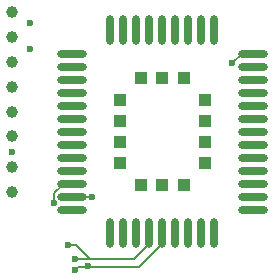
<source format=gtl>
%TF.GenerationSoftware,KiCad,Pcbnew,8.0.6-8.0.6-0~ubuntu24.04.1*%
%TF.CreationDate,2024-11-25T21:20:04+00:00*%
%TF.ProjectId,gps_tracker,6770735f-7472-4616-936b-65722e6b6963,rev?*%
%TF.SameCoordinates,Original*%
%TF.FileFunction,Copper,L1,Top*%
%TF.FilePolarity,Positive*%
%FSLAX46Y46*%
G04 Gerber Fmt 4.6, Leading zero omitted, Abs format (unit mm)*
G04 Created by KiCad (PCBNEW 8.0.6-8.0.6-0~ubuntu24.04.1) date 2024-11-25 21:20:04*
%MOMM*%
%LPD*%
G01*
G04 APERTURE LIST*
%TA.AperFunction,ComponentPad*%
%ADD10C,1.000000*%
%TD*%
%TA.AperFunction,SMDPad,CuDef*%
%ADD11O,2.500000X0.700000*%
%TD*%
%TA.AperFunction,SMDPad,CuDef*%
%ADD12O,0.700000X2.500000*%
%TD*%
%TA.AperFunction,SMDPad,CuDef*%
%ADD13R,1.000000X1.000000*%
%TD*%
%TA.AperFunction,ViaPad*%
%ADD14C,0.600000*%
%TD*%
%TA.AperFunction,Conductor*%
%ADD15C,0.200000*%
%TD*%
G04 APERTURE END LIST*
D10*
%TO.P,TP6,1,1*%
%TO.N,+1V8*%
X135900000Y-105800000D03*
%TD*%
%TO.P,TP9,1,1*%
%TO.N,ST_UART2_RX*%
X135900000Y-101100000D03*
%TD*%
%TO.P,TP8,1,1*%
%TO.N,ST_UART2_TX*%
X135900000Y-103200000D03*
%TD*%
%TO.P,TP7,1,1*%
%TO.N,ST_UART1_RX*%
X135900000Y-94800000D03*
%TD*%
%TO.P,TP3,1,1*%
%TO.N,ST_UART1_TX*%
X135900000Y-92700000D03*
%TD*%
%TO.P,TP5,1,1*%
%TO.N,Net-(U1-PA13)*%
X135900000Y-99000000D03*
%TD*%
%TO.P,TP4,1,1*%
%TO.N,Net-(U1-PA14)*%
X135900000Y-96900000D03*
%TD*%
%TO.P,TP1,1,1*%
%TO.N,Net-(U3-EN)*%
X135900000Y-107900000D03*
%TD*%
D11*
%TO.P,U4,1,GND*%
%TO.N,GND*%
X140950000Y-96200000D03*
%TO.P,U4,2,RESERVED*%
%TO.N,unconnected-(U4-RESERVED-Pad2)*%
X140950000Y-97300000D03*
%TO.P,U4,3,RESERVED*%
%TO.N,unconnected-(U4-RESERVED-Pad3)*%
X140950000Y-98400000D03*
%TO.P,U4,4,RESERVED*%
%TO.N,unconnected-(U4-RESERVED-Pad4)*%
X140950000Y-99500000D03*
%TO.P,U4,5,RESERVED*%
%TO.N,unconnected-(U4-RESERVED-Pad5)*%
X140950000Y-100600000D03*
%TO.P,U4,6,RESERVED*%
%TO.N,unconnected-(U4-RESERVED-Pad6)*%
X140950000Y-101700000D03*
%TO.P,U4,7,PWRKEY*%
%TO.N,PWRKEY*%
X140950000Y-102800000D03*
%TO.P,U4,8,RESERVED*%
%TO.N,unconnected-(U4-RESERVED-Pad8)*%
X140950000Y-103900000D03*
%TO.P,U4,9,ADC*%
%TO.N,unconnected-(U4-ADC-Pad9)*%
X140950000Y-105000000D03*
%TO.P,U4,10,GND*%
%TO.N,GND*%
X140950000Y-106100000D03*
%TO.P,U4,11,USIM_DATA*%
%TO.N,Net-(U4-USIM_DATA)*%
X140950000Y-107200000D03*
%TO.P,U4,12,USIM_RST*%
%TO.N,ST_UART2_RX*%
X140950000Y-108300000D03*
%TO.P,U4,13,USIM_CLK*%
%TO.N,Net-(U4-USIM_CLK)*%
X140950000Y-109400000D03*
D12*
%TO.P,U4,14,USIM_VDD*%
%TO.N,Net-(IC1-VCC)*%
X144200000Y-111400000D03*
%TO.P,U4,15,RESET_N*%
%TO.N,+1V8*%
X145300000Y-111400000D03*
%TO.P,U4,16,NETLIGHT*%
%TO.N,unconnected-(U4-NETLIGHT-Pad16)*%
X146400000Y-111400000D03*
%TO.P,U4,17,MAIN_TXD*%
%TO.N,ST_UART2_RX*%
X147500000Y-111400000D03*
%TO.P,U4,18,MAIN_RXD*%
%TO.N,ST_UART2_TX*%
X148600000Y-111400000D03*
%TO.P,U4,19,PSM_EINT*%
%TO.N,PSM_INT*%
X149700000Y-111400000D03*
%TO.P,U4,20,RI*%
%TO.N,unconnected-(U4-RI-Pad20)*%
X150800000Y-111400000D03*
%TO.P,U4,21,RESERVED*%
%TO.N,unconnected-(U4-RESERVED-Pad21)*%
X151900000Y-111400000D03*
%TO.P,U4,22,RESERVED*%
%TO.N,unconnected-(U4-RESERVED-Pad22)*%
X153000000Y-111400000D03*
D11*
%TO.P,U4,23,RESERVED*%
%TO.N,unconnected-(U4-RESERVED-Pad23)*%
X156250000Y-109400000D03*
%TO.P,U4,24,VDD_EXT*%
%TO.N,unconnected-(U4-VDD_EXT-Pad24)*%
X156250000Y-108300000D03*
%TO.P,U4,25,RESERVED*%
%TO.N,unconnected-(U4-RESERVED-Pad25)*%
X156250000Y-107200000D03*
%TO.P,U4,26,RESERVED*%
%TO.N,unconnected-(U4-RESERVED-Pad26)*%
X156250000Y-106100000D03*
%TO.P,U4,27,GND*%
%TO.N,GND*%
X156250000Y-105000000D03*
%TO.P,U4,28,AUX_RXD*%
%TO.N,unconnected-(U4-AUX_RXD-Pad28)*%
X156250000Y-103900000D03*
%TO.P,U4,29,AUX_TXD*%
%TO.N,unconnected-(U4-AUX_TXD-Pad29)*%
X156250000Y-102800000D03*
%TO.P,U4,30,RESERVED*%
%TO.N,unconnected-(U4-RESERVED-Pad30)*%
X156250000Y-101700000D03*
%TO.P,U4,31,RESERVED*%
%TO.N,unconnected-(U4-RESERVED-Pad31)*%
X156250000Y-100600000D03*
%TO.P,U4,32,RESERVED*%
%TO.N,unconnected-(U4-RESERVED-Pad32)*%
X156250000Y-99500000D03*
%TO.P,U4,33,RESERVED*%
%TO.N,unconnected-(U4-RESERVED-Pad33)*%
X156250000Y-98400000D03*
%TO.P,U4,34,GND*%
%TO.N,GND*%
X156250000Y-97300000D03*
%TO.P,U4,35,RF_ANT*%
%TO.N,LTE_RF_IN*%
X156250000Y-96200000D03*
D12*
%TO.P,U4,36,GND*%
%TO.N,GND*%
X153000000Y-94200000D03*
%TO.P,U4,37,GND*%
X151900000Y-94200000D03*
%TO.P,U4,38,DBG_RXD*%
%TO.N,unconnected-(U4-DBG_RXD-Pad38)*%
X150800000Y-94200000D03*
%TO.P,U4,39,DBG_TXD*%
%TO.N,unconnected-(U4-DBG_TXD-Pad39)*%
X149700000Y-94200000D03*
%TO.P,U4,40,GND*%
%TO.N,GND*%
X148600000Y-94200000D03*
%TO.P,U4,41,GND*%
X147500000Y-94200000D03*
%TO.P,U4,42,VBAT*%
%TO.N,+3V8*%
X146400000Y-94200000D03*
%TO.P,U4,43,VBAT*%
X145300000Y-94200000D03*
%TO.P,U4,44,RESERVED*%
%TO.N,unconnected-(U4-RESERVED-Pad44)*%
X144200000Y-94200000D03*
D13*
%TO.P,U4,45,RESERVED*%
%TO.N,unconnected-(U4-RESERVED-Pad45)*%
X145000000Y-100100000D03*
%TO.P,U4,46,RESERVED*%
%TO.N,unconnected-(U4-RESERVED-Pad46)*%
X145000000Y-101900000D03*
%TO.P,U4,47,RESERVED*%
%TO.N,unconnected-(U4-RESERVED-Pad47)*%
X145000000Y-103700000D03*
%TO.P,U4,48,RESERVED*%
%TO.N,unconnected-(U4-RESERVED-Pad48)*%
X145000000Y-105500000D03*
%TO.P,U4,49,RESERVED*%
%TO.N,unconnected-(U4-RESERVED-Pad49)*%
X146800000Y-107300000D03*
%TO.P,U4,50,RESERVED*%
%TO.N,unconnected-(U4-RESERVED-Pad50)*%
X148600000Y-107300000D03*
%TO.P,U4,51,RESERVED*%
%TO.N,unconnected-(U4-RESERVED-Pad51)*%
X150400000Y-107300000D03*
%TO.P,U4,52,RESERVED*%
%TO.N,unconnected-(U4-RESERVED-Pad52)*%
X152200000Y-105500000D03*
%TO.P,U4,53,RESERVED*%
%TO.N,unconnected-(U4-RESERVED-Pad53)*%
X152200000Y-103700000D03*
%TO.P,U4,54,RESERVED*%
%TO.N,unconnected-(U4-RESERVED-Pad54)*%
X152200000Y-101900000D03*
%TO.P,U4,55,RESERVED*%
%TO.N,unconnected-(U4-RESERVED-Pad55)*%
X152200000Y-100100000D03*
%TO.P,U4,56,RESERVED*%
%TO.N,unconnected-(U4-RESERVED-Pad56)*%
X150400000Y-98300000D03*
%TO.P,U4,57,RESERVED*%
%TO.N,unconnected-(U4-RESERVED-Pad57)*%
X148600000Y-98300000D03*
%TO.P,U4,58,RESERVED*%
%TO.N,unconnected-(U4-RESERVED-Pad58)*%
X146800000Y-98300000D03*
%TD*%
D14*
%TO.N,ST_UART2_TX*%
X142300000Y-114210345D03*
%TO.N,ST_UART2_RX*%
X140600000Y-112400000D03*
%TO.N,ST_UART2_TX*%
X141200000Y-114500000D03*
%TO.N,ST_UART2_RX*%
X141161816Y-113610345D03*
%TO.N,LTE_RF_IN*%
X154500000Y-97000000D03*
%TO.N,PSM_INT*%
X149700000Y-111400000D03*
%TO.N,PWRKEY*%
X141000000Y-102800000D03*
%TO.N,Net-(U4-USIM_DATA)*%
X139395330Y-108857867D03*
%TO.N,Net-(U4-USIM_CLK)*%
X140900000Y-109400000D03*
%TO.N,ST_UART2_RX*%
X142600000Y-108300000D03*
%TO.N,Net-(IC1-VCC)*%
X144200000Y-110700000D03*
%TO.N,GND*%
X140900000Y-96200000D03*
X147500000Y-94200000D03*
X148600000Y-94200000D03*
X151900000Y-94200000D03*
X153000000Y-94200000D03*
X156200000Y-97300000D03*
X156300000Y-105000000D03*
X140950000Y-106100000D03*
%TO.N,+1V8*%
X145300000Y-111400000D03*
%TO.N,ST_UART1_TX*%
X137400000Y-93600000D03*
%TO.N,ST_UART1_RX*%
X137400000Y-95800000D03*
%TO.N,+1V8*%
X135900000Y-104500000D03*
%TD*%
D15*
%TO.N,ST_UART2_RX*%
X146189655Y-113610345D02*
X142500000Y-113610345D01*
X142500000Y-113610345D02*
X141161816Y-113610345D01*
X140600000Y-112400000D02*
X141289655Y-112400000D01*
X141289655Y-112400000D02*
X142500000Y-113610345D01*
%TO.N,ST_UART2_TX*%
X141200000Y-114500000D02*
X141446247Y-114253753D01*
X141446247Y-114253753D02*
X146646247Y-114253753D01*
X146646247Y-114253753D02*
X148600000Y-112300000D01*
X148600000Y-112300000D02*
X148600000Y-111400000D01*
%TO.N,ST_UART2_RX*%
X147500000Y-112300000D02*
X146189655Y-113610345D01*
X147500000Y-111400000D02*
X147500000Y-112300000D01*
%TO.N,LTE_RF_IN*%
X155300000Y-96200000D02*
X154500000Y-97000000D01*
X156250000Y-96200000D02*
X155300000Y-96200000D01*
%TO.N,Net-(U4-USIM_DATA)*%
X139395330Y-108857867D02*
X139395330Y-108035431D01*
X139395330Y-108035431D02*
X140230761Y-107200000D01*
X140230761Y-107200000D02*
X140950000Y-107200000D01*
%TO.N,ST_UART2_RX*%
X142600000Y-108300000D02*
X140950000Y-108300000D01*
%TO.N,Net-(IC1-VCC)*%
X144200000Y-110700000D02*
X144200000Y-111400000D01*
%TO.N,GND*%
X140950000Y-96200000D02*
X140900000Y-96200000D01*
X156250000Y-97300000D02*
X156200000Y-97300000D01*
X156250000Y-105000000D02*
X156300000Y-105000000D01*
%TD*%
M02*

</source>
